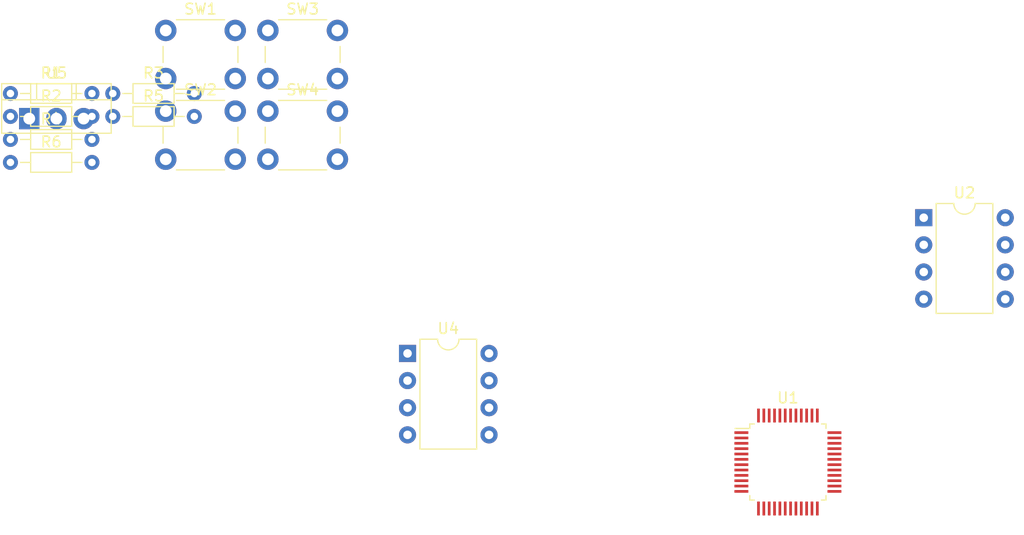
<source format=kicad_pcb>
(kicad_pcb (version 20171130) (host pcbnew 5.0.0)

  (general
    (thickness 1.6)
    (drawings 0)
    (tracks 0)
    (zones 0)
    (modules 14)
    (nets 49)
  )

  (page A4)
  (layers
    (0 F.Cu signal)
    (31 B.Cu signal)
    (32 B.Adhes user)
    (33 F.Adhes user)
    (34 B.Paste user)
    (35 F.Paste user)
    (36 B.SilkS user)
    (37 F.SilkS user)
    (38 B.Mask user)
    (39 F.Mask user)
    (40 Dwgs.User user)
    (41 Cmts.User user)
    (42 Eco1.User user)
    (43 Eco2.User user)
    (44 Edge.Cuts user)
    (45 Margin user)
    (46 B.CrtYd user)
    (47 F.CrtYd user)
    (48 B.Fab user)
    (49 F.Fab user)
  )

  (setup
    (last_trace_width 0.25)
    (trace_clearance 0.2)
    (zone_clearance 0.508)
    (zone_45_only no)
    (trace_min 0.2)
    (segment_width 0.2)
    (edge_width 0.15)
    (via_size 0.8)
    (via_drill 0.4)
    (via_min_size 0.4)
    (via_min_drill 0.3)
    (uvia_size 0.3)
    (uvia_drill 0.1)
    (uvias_allowed no)
    (uvia_min_size 0.2)
    (uvia_min_drill 0.1)
    (pcb_text_width 0.3)
    (pcb_text_size 1.5 1.5)
    (mod_edge_width 0.15)
    (mod_text_size 1 1)
    (mod_text_width 0.15)
    (pad_size 1.524 1.524)
    (pad_drill 0.762)
    (pad_to_mask_clearance 0.2)
    (aux_axis_origin 0 0)
    (visible_elements FFFFFF7F)
    (pcbplotparams
      (layerselection 0x010fc_ffffffff)
      (usegerberextensions false)
      (usegerberattributes false)
      (usegerberadvancedattributes false)
      (creategerberjobfile false)
      (excludeedgelayer true)
      (linewidth 0.100000)
      (plotframeref false)
      (viasonmask false)
      (mode 1)
      (useauxorigin false)
      (hpglpennumber 1)
      (hpglpenspeed 20)
      (hpglpendiameter 15.000000)
      (psnegative false)
      (psa4output false)
      (plotreference true)
      (plotvalue true)
      (plotinvisibletext false)
      (padsonsilk false)
      (subtractmaskfromsilk false)
      (outputformat 1)
      (mirror false)
      (drillshape 1)
      (scaleselection 1)
      (outputdirectory ""))
  )

  (net 0 "")
  (net 1 "Net-(U1-Pad1)")
  (net 2 "Net-(U1-Pad2)")
  (net 3 "Net-(U1-Pad4)")
  (net 4 "Net-(U1-Pad6)")
  (net 5 "Net-(U1-Pad7)")
  (net 6 "Net-(U1-Pad8)")
  (net 7 "Net-(U1-Pad9)")
  (net 8 "Net-(U1-Pad10)")
  (net 9 "Net-(U1-Pad11)")
  (net 10 "Net-(U1-Pad12)")
  (net 11 "Net-(U1-Pad15)")
  (net 12 "Net-(U1-Pad20)")
  (net 13 "Net-(U1-Pad21)")
  (net 14 +3V3)
  (net 15 /LCD_RST)
  (net 16 /LCD_CE)
  (net 17 /LCD_DC)
  (net 18 /LCD_DIN)
  (net 19 "Net-(U1-Pad29)")
  (net 20 "Net-(U1-Pad31)")
  (net 21 CAN_RX)
  (net 22 CAN_TX)
  (net 23 "Net-(U1-Pad34)")
  (net 24 GND)
  (net 25 "Net-(U1-Pad36)")
  (net 26 /LCD_CLK)
  (net 27 CAN_EN)
  (net 28 "Net-(J2-Pad3)")
  (net 29 "Net-(J2-Pad2)")
  (net 30 +5V)
  (net 31 USART2_RX)
  (net 32 USART2_TX)
  (net 33 "Net-(U1-Pad26)")
  (net 34 "Net-(U1-Pad27)")
  (net 35 "Net-(U1-Pad35)")
  (net 36 "Net-(U2-Pad5)")
  (net 37 "Net-(R5-Pad2)")
  (net 38 "Net-(J4-Pad2)")
  (net 39 SW_UP)
  (net 40 SW_DOWN)
  (net 41 SW_RIGHT)
  (net 42 SW_LEFT)
  (net 43 "Net-(J4-Pad1)")
  (net 44 USART3_RX)
  (net 45 SDA)
  (net 46 SCL)
  (net 47 "Net-(C1-Pad1)")
  (net 48 "Net-(U5-Pad2)")

  (net_class Default "This is the default net class."
    (clearance 0.2)
    (trace_width 0.25)
    (via_dia 0.8)
    (via_drill 0.4)
    (uvia_dia 0.3)
    (uvia_drill 0.1)
    (add_net +3V3)
    (add_net +5V)
    (add_net /LCD_CE)
    (add_net /LCD_CLK)
    (add_net /LCD_DC)
    (add_net /LCD_DIN)
    (add_net /LCD_RST)
    (add_net CAN_EN)
    (add_net CAN_RX)
    (add_net CAN_TX)
    (add_net GND)
    (add_net "Net-(C1-Pad1)")
    (add_net "Net-(J2-Pad2)")
    (add_net "Net-(J2-Pad3)")
    (add_net "Net-(J4-Pad1)")
    (add_net "Net-(J4-Pad2)")
    (add_net "Net-(R5-Pad2)")
    (add_net "Net-(U1-Pad1)")
    (add_net "Net-(U1-Pad10)")
    (add_net "Net-(U1-Pad11)")
    (add_net "Net-(U1-Pad12)")
    (add_net "Net-(U1-Pad15)")
    (add_net "Net-(U1-Pad2)")
    (add_net "Net-(U1-Pad20)")
    (add_net "Net-(U1-Pad21)")
    (add_net "Net-(U1-Pad26)")
    (add_net "Net-(U1-Pad27)")
    (add_net "Net-(U1-Pad29)")
    (add_net "Net-(U1-Pad31)")
    (add_net "Net-(U1-Pad34)")
    (add_net "Net-(U1-Pad35)")
    (add_net "Net-(U1-Pad36)")
    (add_net "Net-(U1-Pad4)")
    (add_net "Net-(U1-Pad6)")
    (add_net "Net-(U1-Pad7)")
    (add_net "Net-(U1-Pad8)")
    (add_net "Net-(U1-Pad9)")
    (add_net "Net-(U2-Pad5)")
    (add_net "Net-(U5-Pad2)")
    (add_net SCL)
    (add_net SDA)
    (add_net SW_DOWN)
    (add_net SW_LEFT)
    (add_net SW_RIGHT)
    (add_net SW_UP)
    (add_net USART2_RX)
    (add_net USART2_TX)
    (add_net USART3_RX)
  )

  (module Package_QFP:LQFP-48_7x7mm_P0.5mm (layer F.Cu) (tedit 5A5E2375) (tstamp 5B6F06E8)
    (at 73.66 35.56)
    (descr "48 LEAD LQFP 7x7mm (see MICREL LQFP7x7-48LD-PL-1.pdf)")
    (tags "QFP 0.5")
    (path /5B867BCF)
    (attr smd)
    (fp_text reference U1 (at 0 -6) (layer F.SilkS)
      (effects (font (size 1 1) (thickness 0.15)))
    )
    (fp_text value STM32F103C8T6_shield (at 0 6) (layer F.Fab)
      (effects (font (size 1 1) (thickness 0.15)))
    )
    (fp_line (start 3.13 3.75) (end 3.75 3.75) (layer F.CrtYd) (width 0.05))
    (fp_line (start 3.75 3.13) (end 3.75 3.75) (layer F.CrtYd) (width 0.05))
    (fp_line (start 3.13 5.25) (end 3.13 3.75) (layer F.CrtYd) (width 0.05))
    (fp_text user %R (at 0 0) (layer F.Fab)
      (effects (font (size 1 1) (thickness 0.15)))
    )
    (fp_line (start -2.5 -3.5) (end 3.5 -3.5) (layer F.Fab) (width 0.1))
    (fp_line (start 3.5 -3.5) (end 3.5 3.5) (layer F.Fab) (width 0.1))
    (fp_line (start 3.5 3.5) (end -3.5 3.5) (layer F.Fab) (width 0.1))
    (fp_line (start -3.5 3.5) (end -3.5 -2.5) (layer F.Fab) (width 0.1))
    (fp_line (start -3.5 -2.5) (end -2.5 -3.5) (layer F.Fab) (width 0.1))
    (fp_line (start -5.25 -3.13) (end -5.25 3.13) (layer F.CrtYd) (width 0.05))
    (fp_line (start 5.25 -3.13) (end 5.25 3.13) (layer F.CrtYd) (width 0.05))
    (fp_line (start -3.13 -5.25) (end 3.13 -5.25) (layer F.CrtYd) (width 0.05))
    (fp_line (start -3.13 5.25) (end 3.13 5.25) (layer F.CrtYd) (width 0.05))
    (fp_line (start 3.56 -3.56) (end 3.56 -3.14) (layer F.SilkS) (width 0.12))
    (fp_line (start 3.56 3.56) (end 3.56 3.14) (layer F.SilkS) (width 0.12))
    (fp_line (start -3.56 3.56) (end -3.56 3.14) (layer F.SilkS) (width 0.12))
    (fp_line (start -3.56 -3.56) (end -3.14 -3.56) (layer F.SilkS) (width 0.12))
    (fp_line (start 3.56 3.56) (end 3.14 3.56) (layer F.SilkS) (width 0.12))
    (fp_line (start 3.56 -3.56) (end 3.14 -3.56) (layer F.SilkS) (width 0.12))
    (fp_line (start -3.56 -3.14) (end -4.94 -3.14) (layer F.SilkS) (width 0.12))
    (fp_line (start -3.56 -3.56) (end -3.56 -3.14) (layer F.SilkS) (width 0.12))
    (fp_line (start -3.56 3.56) (end -3.14 3.56) (layer F.SilkS) (width 0.12))
    (fp_line (start 3.75 3.13) (end 5.25 3.13) (layer F.CrtYd) (width 0.05))
    (fp_line (start 3.75 -3.13) (end 5.25 -3.13) (layer F.CrtYd) (width 0.05))
    (fp_line (start 3.13 -3.75) (end 3.13 -5.25) (layer F.CrtYd) (width 0.05))
    (fp_line (start -3.13 -3.75) (end -3.13 -5.25) (layer F.CrtYd) (width 0.05))
    (fp_line (start -3.75 -3.13) (end -5.25 -3.13) (layer F.CrtYd) (width 0.05))
    (fp_line (start -3.75 3.13) (end -5.25 3.13) (layer F.CrtYd) (width 0.05))
    (fp_line (start -3.13 3.75) (end -3.13 5.25) (layer F.CrtYd) (width 0.05))
    (fp_line (start 3.13 -3.75) (end 3.75 -3.75) (layer F.CrtYd) (width 0.05))
    (fp_line (start 3.75 -3.13) (end 3.75 -3.75) (layer F.CrtYd) (width 0.05))
    (fp_line (start -3.75 3.13) (end -3.75 3.75) (layer F.CrtYd) (width 0.05))
    (fp_line (start -3.13 3.75) (end -3.75 3.75) (layer F.CrtYd) (width 0.05))
    (fp_line (start -3.75 -3.13) (end -3.75 -3.75) (layer F.CrtYd) (width 0.05))
    (fp_line (start -3.13 -3.75) (end -3.75 -3.75) (layer F.CrtYd) (width 0.05))
    (pad 1 smd rect (at -4.35 -2.75) (size 1.3 0.25) (layers F.Cu F.Paste F.Mask)
      (net 1 "Net-(U1-Pad1)"))
    (pad 2 smd rect (at -4.35 -2.25) (size 1.3 0.25) (layers F.Cu F.Paste F.Mask)
      (net 2 "Net-(U1-Pad2)"))
    (pad 3 smd rect (at -4.35 -1.75) (size 1.3 0.25) (layers F.Cu F.Paste F.Mask)
      (net 14 +3V3))
    (pad 4 smd rect (at -4.35 -1.25) (size 1.3 0.25) (layers F.Cu F.Paste F.Mask)
      (net 3 "Net-(U1-Pad4)"))
    (pad 5 smd rect (at -4.35 -0.75) (size 1.3 0.25) (layers F.Cu F.Paste F.Mask)
      (net 44 USART3_RX))
    (pad 6 smd rect (at -4.35 -0.25) (size 1.3 0.25) (layers F.Cu F.Paste F.Mask)
      (net 4 "Net-(U1-Pad6)"))
    (pad 7 smd rect (at -4.35 0.25) (size 1.3 0.25) (layers F.Cu F.Paste F.Mask)
      (net 5 "Net-(U1-Pad7)"))
    (pad 8 smd rect (at -4.35 0.75) (size 1.3 0.25) (layers F.Cu F.Paste F.Mask)
      (net 6 "Net-(U1-Pad8)"))
    (pad 9 smd rect (at -4.35 1.25) (size 1.3 0.25) (layers F.Cu F.Paste F.Mask)
      (net 7 "Net-(U1-Pad9)"))
    (pad 10 smd rect (at -4.35 1.75) (size 1.3 0.25) (layers F.Cu F.Paste F.Mask)
      (net 8 "Net-(U1-Pad10)"))
    (pad 11 smd rect (at -4.35 2.25) (size 1.3 0.25) (layers F.Cu F.Paste F.Mask)
      (net 9 "Net-(U1-Pad11)"))
    (pad 12 smd rect (at -4.35 2.75) (size 1.3 0.25) (layers F.Cu F.Paste F.Mask)
      (net 10 "Net-(U1-Pad12)"))
    (pad 13 smd rect (at -2.75 4.35 90) (size 1.3 0.25) (layers F.Cu F.Paste F.Mask)
      (net 31 USART2_RX))
    (pad 14 smd rect (at -2.25 4.35 90) (size 1.3 0.25) (layers F.Cu F.Paste F.Mask)
      (net 32 USART2_TX))
    (pad 15 smd rect (at -1.75 4.35 90) (size 1.3 0.25) (layers F.Cu F.Paste F.Mask)
      (net 11 "Net-(U1-Pad15)"))
    (pad 16 smd rect (at -1.25 4.35 90) (size 1.3 0.25) (layers F.Cu F.Paste F.Mask)
      (net 42 SW_LEFT))
    (pad 17 smd rect (at -0.75 4.35 90) (size 1.3 0.25) (layers F.Cu F.Paste F.Mask)
      (net 41 SW_RIGHT))
    (pad 18 smd rect (at -0.25 4.35 90) (size 1.3 0.25) (layers F.Cu F.Paste F.Mask)
      (net 40 SW_DOWN))
    (pad 19 smd rect (at 0.25 4.35 90) (size 1.3 0.25) (layers F.Cu F.Paste F.Mask)
      (net 39 SW_UP))
    (pad 20 smd rect (at 0.75 4.35 90) (size 1.3 0.25) (layers F.Cu F.Paste F.Mask)
      (net 12 "Net-(U1-Pad20)"))
    (pad 21 smd rect (at 1.25 4.35 90) (size 1.3 0.25) (layers F.Cu F.Paste F.Mask)
      (net 13 "Net-(U1-Pad21)"))
    (pad 22 smd rect (at 1.75 4.35 90) (size 1.3 0.25) (layers F.Cu F.Paste F.Mask)
      (net 24 GND))
    (pad 23 smd rect (at 2.25 4.35 90) (size 1.3 0.25) (layers F.Cu F.Paste F.Mask)
      (net 30 +5V))
    (pad 24 smd rect (at 2.75 4.35 90) (size 1.3 0.25) (layers F.Cu F.Paste F.Mask)
      (net 45 SDA))
    (pad 25 smd rect (at 4.35 2.75) (size 1.3 0.25) (layers F.Cu F.Paste F.Mask)
      (net 46 SCL))
    (pad 26 smd rect (at 4.35 2.25) (size 1.3 0.25) (layers F.Cu F.Paste F.Mask)
      (net 33 "Net-(U1-Pad26)"))
    (pad 27 smd rect (at 4.35 1.75) (size 1.3 0.25) (layers F.Cu F.Paste F.Mask)
      (net 34 "Net-(U1-Pad27)"))
    (pad 28 smd rect (at 4.35 1.25) (size 1.3 0.25) (layers F.Cu F.Paste F.Mask)
      (net 27 CAN_EN))
    (pad 29 smd rect (at 4.35 0.75) (size 1.3 0.25) (layers F.Cu F.Paste F.Mask)
      (net 19 "Net-(U1-Pad29)"))
    (pad 30 smd rect (at 4.35 0.25) (size 1.3 0.25) (layers F.Cu F.Paste F.Mask)
      (net 26 /LCD_CLK))
    (pad 31 smd rect (at 4.35 -0.25) (size 1.3 0.25) (layers F.Cu F.Paste F.Mask)
      (net 20 "Net-(U1-Pad31)"))
    (pad 32 smd rect (at 4.35 -0.75) (size 1.3 0.25) (layers F.Cu F.Paste F.Mask)
      (net 22 CAN_TX))
    (pad 33 smd rect (at 4.35 -1.25) (size 1.3 0.25) (layers F.Cu F.Paste F.Mask)
      (net 21 CAN_RX))
    (pad 34 smd rect (at 4.35 -1.75) (size 1.3 0.25) (layers F.Cu F.Paste F.Mask)
      (net 23 "Net-(U1-Pad34)"))
    (pad 35 smd rect (at 4.35 -2.25) (size 1.3 0.25) (layers F.Cu F.Paste F.Mask)
      (net 35 "Net-(U1-Pad35)"))
    (pad 36 smd rect (at 4.35 -2.75) (size 1.3 0.25) (layers F.Cu F.Paste F.Mask)
      (net 25 "Net-(U1-Pad36)"))
    (pad 37 smd rect (at 2.75 -4.35 90) (size 1.3 0.25) (layers F.Cu F.Paste F.Mask)
      (net 18 /LCD_DIN))
    (pad 38 smd rect (at 2.25 -4.35 90) (size 1.3 0.25) (layers F.Cu F.Paste F.Mask)
      (net 17 /LCD_DC))
    (pad 39 smd rect (at 1.75 -4.35 90) (size 1.3 0.25) (layers F.Cu F.Paste F.Mask)
      (net 16 /LCD_CE))
    (pad 40 smd rect (at 1.25 -4.35 90) (size 1.3 0.25) (layers F.Cu F.Paste F.Mask)
      (net 15 /LCD_RST))
    (pad 41 smd rect (at 0.75 -4.35 90) (size 1.3 0.25) (layers F.Cu F.Paste F.Mask))
    (pad 42 smd rect (at 0.25 -4.35 90) (size 1.3 0.25) (layers F.Cu F.Paste F.Mask))
    (pad 43 smd rect (at -0.25 -4.35 90) (size 1.3 0.25) (layers F.Cu F.Paste F.Mask))
    (pad 44 smd rect (at -0.75 -4.35 90) (size 1.3 0.25) (layers F.Cu F.Paste F.Mask))
    (pad 45 smd rect (at -1.25 -4.35 90) (size 1.3 0.25) (layers F.Cu F.Paste F.Mask))
    (pad 46 smd rect (at -1.75 -4.35 90) (size 1.3 0.25) (layers F.Cu F.Paste F.Mask))
    (pad 47 smd rect (at -2.25 -4.35 90) (size 1.3 0.25) (layers F.Cu F.Paste F.Mask))
    (pad 48 smd rect (at -2.75 -4.35 90) (size 1.3 0.25) (layers F.Cu F.Paste F.Mask))
    (model ${KISYS3DMOD}/Package_QFP.3dshapes/LQFP-48_7x7mm_P0.5mm.wrl
      (at (xyz 0 0 0))
      (scale (xyz 1 1 1))
      (rotate (xyz 0 0 0))
    )
  )

  (module Package_DIP:DIP-8_W7.62mm (layer F.Cu) (tedit 5A02E8C5) (tstamp 5B6F0704)
    (at 38.1 25.4)
    (descr "8-lead though-hole mounted DIP package, row spacing 7.62 mm (300 mils)")
    (tags "THT DIP DIL PDIP 2.54mm 7.62mm 300mil")
    (path /5B75A2A8)
    (fp_text reference U4 (at 3.81 -2.33) (layer F.SilkS)
      (effects (font (size 1 1) (thickness 0.15)))
    )
    (fp_text value LTV-814 (at 3.81 9.95) (layer F.Fab)
      (effects (font (size 1 1) (thickness 0.15)))
    )
    (fp_arc (start 3.81 -1.33) (end 2.81 -1.33) (angle -180) (layer F.SilkS) (width 0.12))
    (fp_line (start 1.635 -1.27) (end 6.985 -1.27) (layer F.Fab) (width 0.1))
    (fp_line (start 6.985 -1.27) (end 6.985 8.89) (layer F.Fab) (width 0.1))
    (fp_line (start 6.985 8.89) (end 0.635 8.89) (layer F.Fab) (width 0.1))
    (fp_line (start 0.635 8.89) (end 0.635 -0.27) (layer F.Fab) (width 0.1))
    (fp_line (start 0.635 -0.27) (end 1.635 -1.27) (layer F.Fab) (width 0.1))
    (fp_line (start 2.81 -1.33) (end 1.16 -1.33) (layer F.SilkS) (width 0.12))
    (fp_line (start 1.16 -1.33) (end 1.16 8.95) (layer F.SilkS) (width 0.12))
    (fp_line (start 1.16 8.95) (end 6.46 8.95) (layer F.SilkS) (width 0.12))
    (fp_line (start 6.46 8.95) (end 6.46 -1.33) (layer F.SilkS) (width 0.12))
    (fp_line (start 6.46 -1.33) (end 4.81 -1.33) (layer F.SilkS) (width 0.12))
    (fp_line (start -1.1 -1.55) (end -1.1 9.15) (layer F.CrtYd) (width 0.05))
    (fp_line (start -1.1 9.15) (end 8.7 9.15) (layer F.CrtYd) (width 0.05))
    (fp_line (start 8.7 9.15) (end 8.7 -1.55) (layer F.CrtYd) (width 0.05))
    (fp_line (start 8.7 -1.55) (end -1.1 -1.55) (layer F.CrtYd) (width 0.05))
    (fp_text user %R (at 3.81 3.81) (layer F.Fab)
      (effects (font (size 1 1) (thickness 0.15)))
    )
    (pad 1 thru_hole rect (at 0 0) (size 1.6 1.6) (drill 0.8) (layers *.Cu *.Mask)
      (net 37 "Net-(R5-Pad2)"))
    (pad 5 thru_hole oval (at 7.62 7.62) (size 1.6 1.6) (drill 0.8) (layers *.Cu *.Mask))
    (pad 2 thru_hole oval (at 0 2.54) (size 1.6 1.6) (drill 0.8) (layers *.Cu *.Mask)
      (net 38 "Net-(J4-Pad2)"))
    (pad 6 thru_hole oval (at 7.62 5.08) (size 1.6 1.6) (drill 0.8) (layers *.Cu *.Mask))
    (pad 3 thru_hole oval (at 0 5.08) (size 1.6 1.6) (drill 0.8) (layers *.Cu *.Mask)
      (net 24 GND))
    (pad 7 thru_hole oval (at 7.62 2.54) (size 1.6 1.6) (drill 0.8) (layers *.Cu *.Mask))
    (pad 4 thru_hole oval (at 0 7.62) (size 1.6 1.6) (drill 0.8) (layers *.Cu *.Mask)
      (net 44 USART3_RX))
    (pad 8 thru_hole oval (at 7.62 0) (size 1.6 1.6) (drill 0.8) (layers *.Cu *.Mask))
    (model ${KISYS3DMOD}/Package_DIP.3dshapes/DIP-8_W7.62mm.wrl
      (at (xyz 0 0 0))
      (scale (xyz 1 1 1))
      (rotate (xyz 0 0 0))
    )
  )

  (module Package_DIP:DIP-8_W7.62mm (layer F.Cu) (tedit 5A02E8C5) (tstamp 5B816C63)
    (at 86.36 12.7)
    (descr "8-lead though-hole mounted DIP package, row spacing 7.62 mm (300 mils)")
    (tags "THT DIP DIL PDIP 2.54mm 7.62mm 300mil")
    (path /5B6EF31C)
    (fp_text reference U2 (at 3.81 -2.33) (layer F.SilkS)
      (effects (font (size 1 1) (thickness 0.15)))
    )
    (fp_text value MCP2551-I-P (at 3.81 9.95) (layer F.Fab)
      (effects (font (size 1 1) (thickness 0.15)))
    )
    (fp_arc (start 3.81 -1.33) (end 2.81 -1.33) (angle -180) (layer F.SilkS) (width 0.12))
    (fp_line (start 1.635 -1.27) (end 6.985 -1.27) (layer F.Fab) (width 0.1))
    (fp_line (start 6.985 -1.27) (end 6.985 8.89) (layer F.Fab) (width 0.1))
    (fp_line (start 6.985 8.89) (end 0.635 8.89) (layer F.Fab) (width 0.1))
    (fp_line (start 0.635 8.89) (end 0.635 -0.27) (layer F.Fab) (width 0.1))
    (fp_line (start 0.635 -0.27) (end 1.635 -1.27) (layer F.Fab) (width 0.1))
    (fp_line (start 2.81 -1.33) (end 1.16 -1.33) (layer F.SilkS) (width 0.12))
    (fp_line (start 1.16 -1.33) (end 1.16 8.95) (layer F.SilkS) (width 0.12))
    (fp_line (start 1.16 8.95) (end 6.46 8.95) (layer F.SilkS) (width 0.12))
    (fp_line (start 6.46 8.95) (end 6.46 -1.33) (layer F.SilkS) (width 0.12))
    (fp_line (start 6.46 -1.33) (end 4.81 -1.33) (layer F.SilkS) (width 0.12))
    (fp_line (start -1.1 -1.55) (end -1.1 9.15) (layer F.CrtYd) (width 0.05))
    (fp_line (start -1.1 9.15) (end 8.7 9.15) (layer F.CrtYd) (width 0.05))
    (fp_line (start 8.7 9.15) (end 8.7 -1.55) (layer F.CrtYd) (width 0.05))
    (fp_line (start 8.7 -1.55) (end -1.1 -1.55) (layer F.CrtYd) (width 0.05))
    (fp_text user %R (at 3.81 3.81) (layer F.Fab)
      (effects (font (size 1 1) (thickness 0.15)))
    )
    (pad 1 thru_hole rect (at 0 0) (size 1.6 1.6) (drill 0.8) (layers *.Cu *.Mask)
      (net 22 CAN_TX))
    (pad 5 thru_hole oval (at 7.62 7.62) (size 1.6 1.6) (drill 0.8) (layers *.Cu *.Mask)
      (net 36 "Net-(U2-Pad5)"))
    (pad 2 thru_hole oval (at 0 2.54) (size 1.6 1.6) (drill 0.8) (layers *.Cu *.Mask)
      (net 24 GND))
    (pad 6 thru_hole oval (at 7.62 5.08) (size 1.6 1.6) (drill 0.8) (layers *.Cu *.Mask)
      (net 28 "Net-(J2-Pad3)"))
    (pad 3 thru_hole oval (at 0 5.08) (size 1.6 1.6) (drill 0.8) (layers *.Cu *.Mask)
      (net 14 +3V3))
    (pad 7 thru_hole oval (at 7.62 2.54) (size 1.6 1.6) (drill 0.8) (layers *.Cu *.Mask)
      (net 29 "Net-(J2-Pad2)"))
    (pad 4 thru_hole oval (at 0 7.62) (size 1.6 1.6) (drill 0.8) (layers *.Cu *.Mask)
      (net 21 CAN_RX))
    (pad 8 thru_hole oval (at 7.62 0) (size 1.6 1.6) (drill 0.8) (layers *.Cu *.Mask)
      (net 27 CAN_EN))
    (model ${KISYS3DMOD}/Package_DIP.3dshapes/DIP-8_W7.62mm.wrl
      (at (xyz 0 0 0))
      (scale (xyz 1 1 1))
      (rotate (xyz 0 0 0))
    )
  )

  (module Resistor_THT:R_Axial_DIN0204_L3.6mm_D1.6mm_P7.62mm_Horizontal (layer F.Cu) (tedit 5AE5139B) (tstamp 5B81C916)
    (at 0.975001 1.075001)
    (descr "Resistor, Axial_DIN0204 series, Axial, Horizontal, pin pitch=7.62mm, 0.167W, length*diameter=3.6*1.6mm^2, http://cdn-reichelt.de/documents/datenblatt/B400/1_4W%23YAG.pdf")
    (tags "Resistor Axial_DIN0204 series Axial Horizontal pin pitch 7.62mm 0.167W length 3.6mm diameter 1.6mm")
    (path /5B74DB10)
    (fp_text reference R1 (at 3.81 -1.92) (layer F.SilkS)
      (effects (font (size 1 1) (thickness 0.15)))
    )
    (fp_text value R (at 3.81 1.92) (layer F.Fab)
      (effects (font (size 1 1) (thickness 0.15)))
    )
    (fp_line (start 2.01 -0.8) (end 2.01 0.8) (layer F.Fab) (width 0.1))
    (fp_line (start 2.01 0.8) (end 5.61 0.8) (layer F.Fab) (width 0.1))
    (fp_line (start 5.61 0.8) (end 5.61 -0.8) (layer F.Fab) (width 0.1))
    (fp_line (start 5.61 -0.8) (end 2.01 -0.8) (layer F.Fab) (width 0.1))
    (fp_line (start 0 0) (end 2.01 0) (layer F.Fab) (width 0.1))
    (fp_line (start 7.62 0) (end 5.61 0) (layer F.Fab) (width 0.1))
    (fp_line (start 1.89 -0.92) (end 1.89 0.92) (layer F.SilkS) (width 0.12))
    (fp_line (start 1.89 0.92) (end 5.73 0.92) (layer F.SilkS) (width 0.12))
    (fp_line (start 5.73 0.92) (end 5.73 -0.92) (layer F.SilkS) (width 0.12))
    (fp_line (start 5.73 -0.92) (end 1.89 -0.92) (layer F.SilkS) (width 0.12))
    (fp_line (start 0.94 0) (end 1.89 0) (layer F.SilkS) (width 0.12))
    (fp_line (start 6.68 0) (end 5.73 0) (layer F.SilkS) (width 0.12))
    (fp_line (start -0.95 -1.05) (end -0.95 1.05) (layer F.CrtYd) (width 0.05))
    (fp_line (start -0.95 1.05) (end 8.57 1.05) (layer F.CrtYd) (width 0.05))
    (fp_line (start 8.57 1.05) (end 8.57 -1.05) (layer F.CrtYd) (width 0.05))
    (fp_line (start 8.57 -1.05) (end -0.95 -1.05) (layer F.CrtYd) (width 0.05))
    (fp_text user %R (at 3.81 0) (layer F.Fab)
      (effects (font (size 0.72 0.72) (thickness 0.108)))
    )
    (pad 1 thru_hole circle (at 0 0) (size 1.4 1.4) (drill 0.7) (layers *.Cu *.Mask)
      (net 39 SW_UP))
    (pad 2 thru_hole oval (at 7.62 0) (size 1.4 1.4) (drill 0.7) (layers *.Cu *.Mask)
      (net 24 GND))
    (model ${KISYS3DMOD}/Resistor_THT.3dshapes/R_Axial_DIN0204_L3.6mm_D1.6mm_P7.62mm_Horizontal.wrl
      (at (xyz 0 0 0))
      (scale (xyz 1 1 1))
      (rotate (xyz 0 0 0))
    )
  )

  (module Resistor_THT:R_Axial_DIN0204_L3.6mm_D1.6mm_P7.62mm_Horizontal (layer F.Cu) (tedit 5AE5139B) (tstamp 5B81C892)
    (at 0.975001 3.225001)
    (descr "Resistor, Axial_DIN0204 series, Axial, Horizontal, pin pitch=7.62mm, 0.167W, length*diameter=3.6*1.6mm^2, http://cdn-reichelt.de/documents/datenblatt/B400/1_4W%23YAG.pdf")
    (tags "Resistor Axial_DIN0204 series Axial Horizontal pin pitch 7.62mm 0.167W length 3.6mm diameter 1.6mm")
    (path /5B74CC54)
    (fp_text reference R2 (at 3.81 -1.92) (layer F.SilkS)
      (effects (font (size 1 1) (thickness 0.15)))
    )
    (fp_text value R (at 3.81 1.92) (layer F.Fab)
      (effects (font (size 1 1) (thickness 0.15)))
    )
    (fp_text user %R (at 3.81 0) (layer F.Fab)
      (effects (font (size 0.72 0.72) (thickness 0.108)))
    )
    (fp_line (start 8.57 -1.05) (end -0.95 -1.05) (layer F.CrtYd) (width 0.05))
    (fp_line (start 8.57 1.05) (end 8.57 -1.05) (layer F.CrtYd) (width 0.05))
    (fp_line (start -0.95 1.05) (end 8.57 1.05) (layer F.CrtYd) (width 0.05))
    (fp_line (start -0.95 -1.05) (end -0.95 1.05) (layer F.CrtYd) (width 0.05))
    (fp_line (start 6.68 0) (end 5.73 0) (layer F.SilkS) (width 0.12))
    (fp_line (start 0.94 0) (end 1.89 0) (layer F.SilkS) (width 0.12))
    (fp_line (start 5.73 -0.92) (end 1.89 -0.92) (layer F.SilkS) (width 0.12))
    (fp_line (start 5.73 0.92) (end 5.73 -0.92) (layer F.SilkS) (width 0.12))
    (fp_line (start 1.89 0.92) (end 5.73 0.92) (layer F.SilkS) (width 0.12))
    (fp_line (start 1.89 -0.92) (end 1.89 0.92) (layer F.SilkS) (width 0.12))
    (fp_line (start 7.62 0) (end 5.61 0) (layer F.Fab) (width 0.1))
    (fp_line (start 0 0) (end 2.01 0) (layer F.Fab) (width 0.1))
    (fp_line (start 5.61 -0.8) (end 2.01 -0.8) (layer F.Fab) (width 0.1))
    (fp_line (start 5.61 0.8) (end 5.61 -0.8) (layer F.Fab) (width 0.1))
    (fp_line (start 2.01 0.8) (end 5.61 0.8) (layer F.Fab) (width 0.1))
    (fp_line (start 2.01 -0.8) (end 2.01 0.8) (layer F.Fab) (width 0.1))
    (pad 2 thru_hole oval (at 7.62 0) (size 1.4 1.4) (drill 0.7) (layers *.Cu *.Mask)
      (net 24 GND))
    (pad 1 thru_hole circle (at 0 0) (size 1.4 1.4) (drill 0.7) (layers *.Cu *.Mask)
      (net 40 SW_DOWN))
    (model ${KISYS3DMOD}/Resistor_THT.3dshapes/R_Axial_DIN0204_L3.6mm_D1.6mm_P7.62mm_Horizontal.wrl
      (at (xyz 0 0 0))
      (scale (xyz 1 1 1))
      (rotate (xyz 0 0 0))
    )
  )

  (module Resistor_THT:R_Axial_DIN0204_L3.6mm_D1.6mm_P7.62mm_Horizontal (layer F.Cu) (tedit 5AE5139B) (tstamp 5B81C99A)
    (at 10.545001 1.075001)
    (descr "Resistor, Axial_DIN0204 series, Axial, Horizontal, pin pitch=7.62mm, 0.167W, length*diameter=3.6*1.6mm^2, http://cdn-reichelt.de/documents/datenblatt/B400/1_4W%23YAG.pdf")
    (tags "Resistor Axial_DIN0204 series Axial Horizontal pin pitch 7.62mm 0.167W length 3.6mm diameter 1.6mm")
    (path /5B74BD9A)
    (fp_text reference R3 (at 3.81 -1.92) (layer F.SilkS)
      (effects (font (size 1 1) (thickness 0.15)))
    )
    (fp_text value R (at 3.81 1.92) (layer F.Fab)
      (effects (font (size 1 1) (thickness 0.15)))
    )
    (fp_line (start 2.01 -0.8) (end 2.01 0.8) (layer F.Fab) (width 0.1))
    (fp_line (start 2.01 0.8) (end 5.61 0.8) (layer F.Fab) (width 0.1))
    (fp_line (start 5.61 0.8) (end 5.61 -0.8) (layer F.Fab) (width 0.1))
    (fp_line (start 5.61 -0.8) (end 2.01 -0.8) (layer F.Fab) (width 0.1))
    (fp_line (start 0 0) (end 2.01 0) (layer F.Fab) (width 0.1))
    (fp_line (start 7.62 0) (end 5.61 0) (layer F.Fab) (width 0.1))
    (fp_line (start 1.89 -0.92) (end 1.89 0.92) (layer F.SilkS) (width 0.12))
    (fp_line (start 1.89 0.92) (end 5.73 0.92) (layer F.SilkS) (width 0.12))
    (fp_line (start 5.73 0.92) (end 5.73 -0.92) (layer F.SilkS) (width 0.12))
    (fp_line (start 5.73 -0.92) (end 1.89 -0.92) (layer F.SilkS) (width 0.12))
    (fp_line (start 0.94 0) (end 1.89 0) (layer F.SilkS) (width 0.12))
    (fp_line (start 6.68 0) (end 5.73 0) (layer F.SilkS) (width 0.12))
    (fp_line (start -0.95 -1.05) (end -0.95 1.05) (layer F.CrtYd) (width 0.05))
    (fp_line (start -0.95 1.05) (end 8.57 1.05) (layer F.CrtYd) (width 0.05))
    (fp_line (start 8.57 1.05) (end 8.57 -1.05) (layer F.CrtYd) (width 0.05))
    (fp_line (start 8.57 -1.05) (end -0.95 -1.05) (layer F.CrtYd) (width 0.05))
    (fp_text user %R (at 3.81 0) (layer F.Fab)
      (effects (font (size 0.72 0.72) (thickness 0.108)))
    )
    (pad 1 thru_hole circle (at 0 0) (size 1.4 1.4) (drill 0.7) (layers *.Cu *.Mask)
      (net 41 SW_RIGHT))
    (pad 2 thru_hole oval (at 7.62 0) (size 1.4 1.4) (drill 0.7) (layers *.Cu *.Mask)
      (net 24 GND))
    (model ${KISYS3DMOD}/Resistor_THT.3dshapes/R_Axial_DIN0204_L3.6mm_D1.6mm_P7.62mm_Horizontal.wrl
      (at (xyz 0 0 0))
      (scale (xyz 1 1 1))
      (rotate (xyz 0 0 0))
    )
  )

  (module Resistor_THT:R_Axial_DIN0204_L3.6mm_D1.6mm_P7.62mm_Horizontal (layer F.Cu) (tedit 5AE5139B) (tstamp 5B81C9DC)
    (at 0.975001 5.375001)
    (descr "Resistor, Axial_DIN0204 series, Axial, Horizontal, pin pitch=7.62mm, 0.167W, length*diameter=3.6*1.6mm^2, http://cdn-reichelt.de/documents/datenblatt/B400/1_4W%23YAG.pdf")
    (tags "Resistor Axial_DIN0204 series Axial Horizontal pin pitch 7.62mm 0.167W length 3.6mm diameter 1.6mm")
    (path /5B74BC69)
    (fp_text reference R4 (at 3.81 -1.92) (layer F.SilkS)
      (effects (font (size 1 1) (thickness 0.15)))
    )
    (fp_text value R (at 3.81 1.92) (layer F.Fab)
      (effects (font (size 1 1) (thickness 0.15)))
    )
    (fp_text user %R (at 3.81 0) (layer F.Fab)
      (effects (font (size 0.72 0.72) (thickness 0.108)))
    )
    (fp_line (start 8.57 -1.05) (end -0.95 -1.05) (layer F.CrtYd) (width 0.05))
    (fp_line (start 8.57 1.05) (end 8.57 -1.05) (layer F.CrtYd) (width 0.05))
    (fp_line (start -0.95 1.05) (end 8.57 1.05) (layer F.CrtYd) (width 0.05))
    (fp_line (start -0.95 -1.05) (end -0.95 1.05) (layer F.CrtYd) (width 0.05))
    (fp_line (start 6.68 0) (end 5.73 0) (layer F.SilkS) (width 0.12))
    (fp_line (start 0.94 0) (end 1.89 0) (layer F.SilkS) (width 0.12))
    (fp_line (start 5.73 -0.92) (end 1.89 -0.92) (layer F.SilkS) (width 0.12))
    (fp_line (start 5.73 0.92) (end 5.73 -0.92) (layer F.SilkS) (width 0.12))
    (fp_line (start 1.89 0.92) (end 5.73 0.92) (layer F.SilkS) (width 0.12))
    (fp_line (start 1.89 -0.92) (end 1.89 0.92) (layer F.SilkS) (width 0.12))
    (fp_line (start 7.62 0) (end 5.61 0) (layer F.Fab) (width 0.1))
    (fp_line (start 0 0) (end 2.01 0) (layer F.Fab) (width 0.1))
    (fp_line (start 5.61 -0.8) (end 2.01 -0.8) (layer F.Fab) (width 0.1))
    (fp_line (start 5.61 0.8) (end 5.61 -0.8) (layer F.Fab) (width 0.1))
    (fp_line (start 2.01 0.8) (end 5.61 0.8) (layer F.Fab) (width 0.1))
    (fp_line (start 2.01 -0.8) (end 2.01 0.8) (layer F.Fab) (width 0.1))
    (pad 2 thru_hole oval (at 7.62 0) (size 1.4 1.4) (drill 0.7) (layers *.Cu *.Mask)
      (net 24 GND))
    (pad 1 thru_hole circle (at 0 0) (size 1.4 1.4) (drill 0.7) (layers *.Cu *.Mask)
      (net 42 SW_LEFT))
    (model ${KISYS3DMOD}/Resistor_THT.3dshapes/R_Axial_DIN0204_L3.6mm_D1.6mm_P7.62mm_Horizontal.wrl
      (at (xyz 0 0 0))
      (scale (xyz 1 1 1))
      (rotate (xyz 0 0 0))
    )
  )

  (module Resistor_THT:R_Axial_DIN0204_L3.6mm_D1.6mm_P7.62mm_Horizontal (layer F.Cu) (tedit 5AE5139B) (tstamp 5B81C8D4)
    (at 10.545001 3.225001)
    (descr "Resistor, Axial_DIN0204 series, Axial, Horizontal, pin pitch=7.62mm, 0.167W, length*diameter=3.6*1.6mm^2, http://cdn-reichelt.de/documents/datenblatt/B400/1_4W%23YAG.pdf")
    (tags "Resistor Axial_DIN0204 series Axial Horizontal pin pitch 7.62mm 0.167W length 3.6mm diameter 1.6mm")
    (path /5B7ABD6D)
    (fp_text reference R5 (at 3.81 -1.92) (layer F.SilkS)
      (effects (font (size 1 1) (thickness 0.15)))
    )
    (fp_text value 10k (at 3.81 1.92) (layer F.Fab)
      (effects (font (size 1 1) (thickness 0.15)))
    )
    (fp_line (start 2.01 -0.8) (end 2.01 0.8) (layer F.Fab) (width 0.1))
    (fp_line (start 2.01 0.8) (end 5.61 0.8) (layer F.Fab) (width 0.1))
    (fp_line (start 5.61 0.8) (end 5.61 -0.8) (layer F.Fab) (width 0.1))
    (fp_line (start 5.61 -0.8) (end 2.01 -0.8) (layer F.Fab) (width 0.1))
    (fp_line (start 0 0) (end 2.01 0) (layer F.Fab) (width 0.1))
    (fp_line (start 7.62 0) (end 5.61 0) (layer F.Fab) (width 0.1))
    (fp_line (start 1.89 -0.92) (end 1.89 0.92) (layer F.SilkS) (width 0.12))
    (fp_line (start 1.89 0.92) (end 5.73 0.92) (layer F.SilkS) (width 0.12))
    (fp_line (start 5.73 0.92) (end 5.73 -0.92) (layer F.SilkS) (width 0.12))
    (fp_line (start 5.73 -0.92) (end 1.89 -0.92) (layer F.SilkS) (width 0.12))
    (fp_line (start 0.94 0) (end 1.89 0) (layer F.SilkS) (width 0.12))
    (fp_line (start 6.68 0) (end 5.73 0) (layer F.SilkS) (width 0.12))
    (fp_line (start -0.95 -1.05) (end -0.95 1.05) (layer F.CrtYd) (width 0.05))
    (fp_line (start -0.95 1.05) (end 8.57 1.05) (layer F.CrtYd) (width 0.05))
    (fp_line (start 8.57 1.05) (end 8.57 -1.05) (layer F.CrtYd) (width 0.05))
    (fp_line (start 8.57 -1.05) (end -0.95 -1.05) (layer F.CrtYd) (width 0.05))
    (fp_text user %R (at 3.81 0) (layer F.Fab)
      (effects (font (size 0.72 0.72) (thickness 0.108)))
    )
    (pad 1 thru_hole circle (at 0 0) (size 1.4 1.4) (drill 0.7) (layers *.Cu *.Mask)
      (net 43 "Net-(J4-Pad1)"))
    (pad 2 thru_hole oval (at 7.62 0) (size 1.4 1.4) (drill 0.7) (layers *.Cu *.Mask)
      (net 37 "Net-(R5-Pad2)"))
    (model ${KISYS3DMOD}/Resistor_THT.3dshapes/R_Axial_DIN0204_L3.6mm_D1.6mm_P7.62mm_Horizontal.wrl
      (at (xyz 0 0 0))
      (scale (xyz 1 1 1))
      (rotate (xyz 0 0 0))
    )
  )

  (module Resistor_THT:R_Axial_DIN0204_L3.6mm_D1.6mm_P7.62mm_Horizontal (layer F.Cu) (tedit 5AE5139B) (tstamp 5B81C958)
    (at 0.975001 7.525001)
    (descr "Resistor, Axial_DIN0204 series, Axial, Horizontal, pin pitch=7.62mm, 0.167W, length*diameter=3.6*1.6mm^2, http://cdn-reichelt.de/documents/datenblatt/B400/1_4W%23YAG.pdf")
    (tags "Resistor Axial_DIN0204 series Axial Horizontal pin pitch 7.62mm 0.167W length 3.6mm diameter 1.6mm")
    (path /5B75A5CB)
    (fp_text reference R6 (at 3.81 -1.92) (layer F.SilkS)
      (effects (font (size 1 1) (thickness 0.15)))
    )
    (fp_text value 1.2k (at 3.81 1.92) (layer F.Fab)
      (effects (font (size 1 1) (thickness 0.15)))
    )
    (fp_text user %R (at 3.81 0) (layer F.Fab)
      (effects (font (size 0.72 0.72) (thickness 0.108)))
    )
    (fp_line (start 8.57 -1.05) (end -0.95 -1.05) (layer F.CrtYd) (width 0.05))
    (fp_line (start 8.57 1.05) (end 8.57 -1.05) (layer F.CrtYd) (width 0.05))
    (fp_line (start -0.95 1.05) (end 8.57 1.05) (layer F.CrtYd) (width 0.05))
    (fp_line (start -0.95 -1.05) (end -0.95 1.05) (layer F.CrtYd) (width 0.05))
    (fp_line (start 6.68 0) (end 5.73 0) (layer F.SilkS) (width 0.12))
    (fp_line (start 0.94 0) (end 1.89 0) (layer F.SilkS) (width 0.12))
    (fp_line (start 5.73 -0.92) (end 1.89 -0.92) (layer F.SilkS) (width 0.12))
    (fp_line (start 5.73 0.92) (end 5.73 -0.92) (layer F.SilkS) (width 0.12))
    (fp_line (start 1.89 0.92) (end 5.73 0.92) (layer F.SilkS) (width 0.12))
    (fp_line (start 1.89 -0.92) (end 1.89 0.92) (layer F.SilkS) (width 0.12))
    (fp_line (start 7.62 0) (end 5.61 0) (layer F.Fab) (width 0.1))
    (fp_line (start 0 0) (end 2.01 0) (layer F.Fab) (width 0.1))
    (fp_line (start 5.61 -0.8) (end 2.01 -0.8) (layer F.Fab) (width 0.1))
    (fp_line (start 5.61 0.8) (end 5.61 -0.8) (layer F.Fab) (width 0.1))
    (fp_line (start 2.01 0.8) (end 5.61 0.8) (layer F.Fab) (width 0.1))
    (fp_line (start 2.01 -0.8) (end 2.01 0.8) (layer F.Fab) (width 0.1))
    (pad 2 thru_hole oval (at 7.62 0) (size 1.4 1.4) (drill 0.7) (layers *.Cu *.Mask)
      (net 44 USART3_RX))
    (pad 1 thru_hole circle (at 0 0) (size 1.4 1.4) (drill 0.7) (layers *.Cu *.Mask)
      (net 14 +3V3))
    (model ${KISYS3DMOD}/Resistor_THT.3dshapes/R_Axial_DIN0204_L3.6mm_D1.6mm_P7.62mm_Horizontal.wrl
      (at (xyz 0 0 0))
      (scale (xyz 1 1 1))
      (rotate (xyz 0 0 0))
    )
  )

  (module Button_Switch_THT:SW_PUSH_6mm (layer F.Cu) (tedit 5A02FE31) (tstamp 5B82EE55)
    (at 15.495001 -4.824999)
    (descr https://www.omron.com/ecb/products/pdf/en-b3f.pdf)
    (tags "tact sw push 6mm")
    (path /5B744595)
    (fp_text reference SW1 (at 3.25 -2) (layer F.SilkS)
      (effects (font (size 1 1) (thickness 0.15)))
    )
    (fp_text value SW_Push (at 3.75 6.7) (layer F.Fab)
      (effects (font (size 1 1) (thickness 0.15)))
    )
    (fp_text user %R (at 3.25 2.25) (layer F.Fab)
      (effects (font (size 1 1) (thickness 0.15)))
    )
    (fp_line (start 3.25 -0.75) (end 6.25 -0.75) (layer F.Fab) (width 0.1))
    (fp_line (start 6.25 -0.75) (end 6.25 5.25) (layer F.Fab) (width 0.1))
    (fp_line (start 6.25 5.25) (end 0.25 5.25) (layer F.Fab) (width 0.1))
    (fp_line (start 0.25 5.25) (end 0.25 -0.75) (layer F.Fab) (width 0.1))
    (fp_line (start 0.25 -0.75) (end 3.25 -0.75) (layer F.Fab) (width 0.1))
    (fp_line (start 7.75 6) (end 8 6) (layer F.CrtYd) (width 0.05))
    (fp_line (start 8 6) (end 8 5.75) (layer F.CrtYd) (width 0.05))
    (fp_line (start 7.75 -1.5) (end 8 -1.5) (layer F.CrtYd) (width 0.05))
    (fp_line (start 8 -1.5) (end 8 -1.25) (layer F.CrtYd) (width 0.05))
    (fp_line (start -1.5 -1.25) (end -1.5 -1.5) (layer F.CrtYd) (width 0.05))
    (fp_line (start -1.5 -1.5) (end -1.25 -1.5) (layer F.CrtYd) (width 0.05))
    (fp_line (start -1.5 5.75) (end -1.5 6) (layer F.CrtYd) (width 0.05))
    (fp_line (start -1.5 6) (end -1.25 6) (layer F.CrtYd) (width 0.05))
    (fp_line (start -1.25 -1.5) (end 7.75 -1.5) (layer F.CrtYd) (width 0.05))
    (fp_line (start -1.5 5.75) (end -1.5 -1.25) (layer F.CrtYd) (width 0.05))
    (fp_line (start 7.75 6) (end -1.25 6) (layer F.CrtYd) (width 0.05))
    (fp_line (start 8 -1.25) (end 8 5.75) (layer F.CrtYd) (width 0.05))
    (fp_line (start 1 5.5) (end 5.5 5.5) (layer F.SilkS) (width 0.12))
    (fp_line (start -0.25 1.5) (end -0.25 3) (layer F.SilkS) (width 0.12))
    (fp_line (start 5.5 -1) (end 1 -1) (layer F.SilkS) (width 0.12))
    (fp_line (start 6.75 3) (end 6.75 1.5) (layer F.SilkS) (width 0.12))
    (fp_circle (center 3.25 2.25) (end 1.25 2.5) (layer F.Fab) (width 0.1))
    (pad 2 thru_hole circle (at 0 4.5 90) (size 2 2) (drill 1.1) (layers *.Cu *.Mask)
      (net 39 SW_UP))
    (pad 1 thru_hole circle (at 0 0 90) (size 2 2) (drill 1.1) (layers *.Cu *.Mask)
      (net 14 +3V3))
    (pad 2 thru_hole circle (at 6.5 4.5 90) (size 2 2) (drill 1.1) (layers *.Cu *.Mask)
      (net 39 SW_UP))
    (pad 1 thru_hole circle (at 6.5 0 90) (size 2 2) (drill 1.1) (layers *.Cu *.Mask)
      (net 14 +3V3))
    (model ${KISYS3DMOD}/Button_Switch_THT.3dshapes/SW_PUSH_6mm.wrl
      (at (xyz 0 0 0))
      (scale (xyz 1 1 1))
      (rotate (xyz 0 0 0))
    )
  )

  (module Button_Switch_THT:SW_PUSH_6mm (layer F.Cu) (tedit 5A02FE31) (tstamp 5B82EEAF)
    (at 15.495001 2.725001)
    (descr https://www.omron.com/ecb/products/pdf/en-b3f.pdf)
    (tags "tact sw push 6mm")
    (path /5B7450F4)
    (fp_text reference SW2 (at 3.25 -2) (layer F.SilkS)
      (effects (font (size 1 1) (thickness 0.15)))
    )
    (fp_text value SW_Push (at 3.75 6.7) (layer F.Fab)
      (effects (font (size 1 1) (thickness 0.15)))
    )
    (fp_circle (center 3.25 2.25) (end 1.25 2.5) (layer F.Fab) (width 0.1))
    (fp_line (start 6.75 3) (end 6.75 1.5) (layer F.SilkS) (width 0.12))
    (fp_line (start 5.5 -1) (end 1 -1) (layer F.SilkS) (width 0.12))
    (fp_line (start -0.25 1.5) (end -0.25 3) (layer F.SilkS) (width 0.12))
    (fp_line (start 1 5.5) (end 5.5 5.5) (layer F.SilkS) (width 0.12))
    (fp_line (start 8 -1.25) (end 8 5.75) (layer F.CrtYd) (width 0.05))
    (fp_line (start 7.75 6) (end -1.25 6) (layer F.CrtYd) (width 0.05))
    (fp_line (start -1.5 5.75) (end -1.5 -1.25) (layer F.CrtYd) (width 0.05))
    (fp_line (start -1.25 -1.5) (end 7.75 -1.5) (layer F.CrtYd) (width 0.05))
    (fp_line (start -1.5 6) (end -1.25 6) (layer F.CrtYd) (width 0.05))
    (fp_line (start -1.5 5.75) (end -1.5 6) (layer F.CrtYd) (width 0.05))
    (fp_line (start -1.5 -1.5) (end -1.25 -1.5) (layer F.CrtYd) (width 0.05))
    (fp_line (start -1.5 -1.25) (end -1.5 -1.5) (layer F.CrtYd) (width 0.05))
    (fp_line (start 8 -1.5) (end 8 -1.25) (layer F.CrtYd) (width 0.05))
    (fp_line (start 7.75 -1.5) (end 8 -1.5) (layer F.CrtYd) (width 0.05))
    (fp_line (start 8 6) (end 8 5.75) (layer F.CrtYd) (width 0.05))
    (fp_line (start 7.75 6) (end 8 6) (layer F.CrtYd) (width 0.05))
    (fp_line (start 0.25 -0.75) (end 3.25 -0.75) (layer F.Fab) (width 0.1))
    (fp_line (start 0.25 5.25) (end 0.25 -0.75) (layer F.Fab) (width 0.1))
    (fp_line (start 6.25 5.25) (end 0.25 5.25) (layer F.Fab) (width 0.1))
    (fp_line (start 6.25 -0.75) (end 6.25 5.25) (layer F.Fab) (width 0.1))
    (fp_line (start 3.25 -0.75) (end 6.25 -0.75) (layer F.Fab) (width 0.1))
    (fp_text user %R (at 3.25 2.25) (layer F.Fab)
      (effects (font (size 1 1) (thickness 0.15)))
    )
    (pad 1 thru_hole circle (at 6.5 0 90) (size 2 2) (drill 1.1) (layers *.Cu *.Mask)
      (net 14 +3V3))
    (pad 2 thru_hole circle (at 6.5 4.5 90) (size 2 2) (drill 1.1) (layers *.Cu *.Mask)
      (net 40 SW_DOWN))
    (pad 1 thru_hole circle (at 0 0 90) (size 2 2) (drill 1.1) (layers *.Cu *.Mask)
      (net 14 +3V3))
    (pad 2 thru_hole circle (at 0 4.5 90) (size 2 2) (drill 1.1) (layers *.Cu *.Mask)
      (net 40 SW_DOWN))
    (model ${KISYS3DMOD}/Button_Switch_THT.3dshapes/SW_PUSH_6mm.wrl
      (at (xyz 0 0 0))
      (scale (xyz 1 1 1))
      (rotate (xyz 0 0 0))
    )
  )

  (module Button_Switch_THT:SW_PUSH_6mm (layer F.Cu) (tedit 5A02FE31) (tstamp 5B82EDFB)
    (at 25.045001 -4.824999)
    (descr https://www.omron.com/ecb/products/pdf/en-b3f.pdf)
    (tags "tact sw push 6mm")
    (path /5B745B92)
    (fp_text reference SW3 (at 3.25 -2) (layer F.SilkS)
      (effects (font (size 1 1) (thickness 0.15)))
    )
    (fp_text value SW_Push (at 3.75 6.7) (layer F.Fab)
      (effects (font (size 1 1) (thickness 0.15)))
    )
    (fp_text user %R (at 3.25 2.25) (layer F.Fab)
      (effects (font (size 1 1) (thickness 0.15)))
    )
    (fp_line (start 3.25 -0.75) (end 6.25 -0.75) (layer F.Fab) (width 0.1))
    (fp_line (start 6.25 -0.75) (end 6.25 5.25) (layer F.Fab) (width 0.1))
    (fp_line (start 6.25 5.25) (end 0.25 5.25) (layer F.Fab) (width 0.1))
    (fp_line (start 0.25 5.25) (end 0.25 -0.75) (layer F.Fab) (width 0.1))
    (fp_line (start 0.25 -0.75) (end 3.25 -0.75) (layer F.Fab) (width 0.1))
    (fp_line (start 7.75 6) (end 8 6) (layer F.CrtYd) (width 0.05))
    (fp_line (start 8 6) (end 8 5.75) (layer F.CrtYd) (width 0.05))
    (fp_line (start 7.75 -1.5) (end 8 -1.5) (layer F.CrtYd) (width 0.05))
    (fp_line (start 8 -1.5) (end 8 -1.25) (layer F.CrtYd) (width 0.05))
    (fp_line (start -1.5 -1.25) (end -1.5 -1.5) (layer F.CrtYd) (width 0.05))
    (fp_line (start -1.5 -1.5) (end -1.25 -1.5) (layer F.CrtYd) (width 0.05))
    (fp_line (start -1.5 5.75) (end -1.5 6) (layer F.CrtYd) (width 0.05))
    (fp_line (start -1.5 6) (end -1.25 6) (layer F.CrtYd) (width 0.05))
    (fp_line (start -1.25 -1.5) (end 7.75 -1.5) (layer F.CrtYd) (width 0.05))
    (fp_line (start -1.5 5.75) (end -1.5 -1.25) (layer F.CrtYd) (width 0.05))
    (fp_line (start 7.75 6) (end -1.25 6) (layer F.CrtYd) (width 0.05))
    (fp_line (start 8 -1.25) (end 8 5.75) (layer F.CrtYd) (width 0.05))
    (fp_line (start 1 5.5) (end 5.5 5.5) (layer F.SilkS) (width 0.12))
    (fp_line (start -0.25 1.5) (end -0.25 3) (layer F.SilkS) (width 0.12))
    (fp_line (start 5.5 -1) (end 1 -1) (layer F.SilkS) (width 0.12))
    (fp_line (start 6.75 3) (end 6.75 1.5) (layer F.SilkS) (width 0.12))
    (fp_circle (center 3.25 2.25) (end 1.25 2.5) (layer F.Fab) (width 0.1))
    (pad 2 thru_hole circle (at 0 4.5 90) (size 2 2) (drill 1.1) (layers *.Cu *.Mask)
      (net 41 SW_RIGHT))
    (pad 1 thru_hole circle (at 0 0 90) (size 2 2) (drill 1.1) (layers *.Cu *.Mask)
      (net 14 +3V3))
    (pad 2 thru_hole circle (at 6.5 4.5 90) (size 2 2) (drill 1.1) (layers *.Cu *.Mask)
      (net 41 SW_RIGHT))
    (pad 1 thru_hole circle (at 6.5 0 90) (size 2 2) (drill 1.1) (layers *.Cu *.Mask)
      (net 14 +3V3))
    (model ${KISYS3DMOD}/Button_Switch_THT.3dshapes/SW_PUSH_6mm.wrl
      (at (xyz 0 0 0))
      (scale (xyz 1 1 1))
      (rotate (xyz 0 0 0))
    )
  )

  (module Button_Switch_THT:SW_PUSH_6mm (layer F.Cu) (tedit 5A02FE31) (tstamp 5B82EDA1)
    (at 25.045001 2.725001)
    (descr https://www.omron.com/ecb/products/pdf/en-b3f.pdf)
    (tags "tact sw push 6mm")
    (path /5B74662A)
    (fp_text reference SW4 (at 3.25 -2) (layer F.SilkS)
      (effects (font (size 1 1) (thickness 0.15)))
    )
    (fp_text value SW_Push (at 3.75 6.7) (layer F.Fab)
      (effects (font (size 1 1) (thickness 0.15)))
    )
    (fp_circle (center 3.25 2.25) (end 1.25 2.5) (layer F.Fab) (width 0.1))
    (fp_line (start 6.75 3) (end 6.75 1.5) (layer F.SilkS) (width 0.12))
    (fp_line (start 5.5 -1) (end 1 -1) (layer F.SilkS) (width 0.12))
    (fp_line (start -0.25 1.5) (end -0.25 3) (layer F.SilkS) (width 0.12))
    (fp_line (start 1 5.5) (end 5.5 5.5) (layer F.SilkS) (width 0.12))
    (fp_line (start 8 -1.25) (end 8 5.75) (layer F.CrtYd) (width 0.05))
    (fp_line (start 7.75 6) (end -1.25 6) (layer F.CrtYd) (width 0.05))
    (fp_line (start -1.5 5.75) (end -1.5 -1.25) (layer F.CrtYd) (width 0.05))
    (fp_line (start -1.25 -1.5) (end 7.75 -1.5) (layer F.CrtYd) (width 0.05))
    (fp_line (start -1.5 6) (end -1.25 6) (layer F.CrtYd) (width 0.05))
    (fp_line (start -1.5 5.75) (end -1.5 6) (layer F.CrtYd) (width 0.05))
    (fp_line (start -1.5 -1.5) (end -1.25 -1.5) (layer F.CrtYd) (width 0.05))
    (fp_line (start -1.5 -1.25) (end -1.5 -1.5) (layer F.CrtYd) (width 0.05))
    (fp_line (start 8 -1.5) (end 8 -1.25) (layer F.CrtYd) (width 0.05))
    (fp_line (start 7.75 -1.5) (end 8 -1.5) (layer F.CrtYd) (width 0.05))
    (fp_line (start 8 6) (end 8 5.75) (layer F.CrtYd) (width 0.05))
    (fp_line (start 7.75 6) (end 8 6) (layer F.CrtYd) (width 0.05))
    (fp_line (start 0.25 -0.75) (end 3.25 -0.75) (layer F.Fab) (width 0.1))
    (fp_line (start 0.25 5.25) (end 0.25 -0.75) (layer F.Fab) (width 0.1))
    (fp_line (start 6.25 5.25) (end 0.25 5.25) (layer F.Fab) (width 0.1))
    (fp_line (start 6.25 -0.75) (end 6.25 5.25) (layer F.Fab) (width 0.1))
    (fp_line (start 3.25 -0.75) (end 6.25 -0.75) (layer F.Fab) (width 0.1))
    (fp_text user %R (at 3.25 2.25) (layer F.Fab)
      (effects (font (size 1 1) (thickness 0.15)))
    )
    (pad 1 thru_hole circle (at 6.5 0 90) (size 2 2) (drill 1.1) (layers *.Cu *.Mask)
      (net 14 +3V3))
    (pad 2 thru_hole circle (at 6.5 4.5 90) (size 2 2) (drill 1.1) (layers *.Cu *.Mask)
      (net 42 SW_LEFT))
    (pad 1 thru_hole circle (at 0 0 90) (size 2 2) (drill 1.1) (layers *.Cu *.Mask)
      (net 14 +3V3))
    (pad 2 thru_hole circle (at 0 4.5 90) (size 2 2) (drill 1.1) (layers *.Cu *.Mask)
      (net 42 SW_LEFT))
    (model ${KISYS3DMOD}/Button_Switch_THT.3dshapes/SW_PUSH_6mm.wrl
      (at (xyz 0 0 0))
      (scale (xyz 1 1 1))
      (rotate (xyz 0 0 0))
    )
  )

  (module Package_TO_SOT_THT:TO-220-3_Vertical (layer F.Cu) (tedit 5AC8BA0D) (tstamp 5B841DE5)
    (at 2.735001 3.425001)
    (descr "TO-220-3, Vertical, RM 2.54mm, see https://www.vishay.com/docs/66542/to-220-1.pdf")
    (tags "TO-220-3 Vertical RM 2.54mm")
    (path /5B6EE8E3)
    (fp_text reference U5 (at 2.54 -4.27) (layer F.SilkS)
      (effects (font (size 1 1) (thickness 0.15)))
    )
    (fp_text value L7805 (at 2.54 2.5) (layer F.Fab)
      (effects (font (size 1 1) (thickness 0.15)))
    )
    (fp_line (start -2.46 -3.15) (end -2.46 1.25) (layer F.Fab) (width 0.1))
    (fp_line (start -2.46 1.25) (end 7.54 1.25) (layer F.Fab) (width 0.1))
    (fp_line (start 7.54 1.25) (end 7.54 -3.15) (layer F.Fab) (width 0.1))
    (fp_line (start 7.54 -3.15) (end -2.46 -3.15) (layer F.Fab) (width 0.1))
    (fp_line (start -2.46 -1.88) (end 7.54 -1.88) (layer F.Fab) (width 0.1))
    (fp_line (start 0.69 -3.15) (end 0.69 -1.88) (layer F.Fab) (width 0.1))
    (fp_line (start 4.39 -3.15) (end 4.39 -1.88) (layer F.Fab) (width 0.1))
    (fp_line (start -2.58 -3.27) (end 7.66 -3.27) (layer F.SilkS) (width 0.12))
    (fp_line (start -2.58 1.371) (end 7.66 1.371) (layer F.SilkS) (width 0.12))
    (fp_line (start -2.58 -3.27) (end -2.58 1.371) (layer F.SilkS) (width 0.12))
    (fp_line (start 7.66 -3.27) (end 7.66 1.371) (layer F.SilkS) (width 0.12))
    (fp_line (start -2.58 -1.76) (end 7.66 -1.76) (layer F.SilkS) (width 0.12))
    (fp_line (start 0.69 -3.27) (end 0.69 -1.76) (layer F.SilkS) (width 0.12))
    (fp_line (start 4.391 -3.27) (end 4.391 -1.76) (layer F.SilkS) (width 0.12))
    (fp_line (start -2.71 -3.4) (end -2.71 1.51) (layer F.CrtYd) (width 0.05))
    (fp_line (start -2.71 1.51) (end 7.79 1.51) (layer F.CrtYd) (width 0.05))
    (fp_line (start 7.79 1.51) (end 7.79 -3.4) (layer F.CrtYd) (width 0.05))
    (fp_line (start 7.79 -3.4) (end -2.71 -3.4) (layer F.CrtYd) (width 0.05))
    (fp_text user %R (at 2.54 -4.27) (layer F.Fab)
      (effects (font (size 1 1) (thickness 0.15)))
    )
    (pad 1 thru_hole rect (at 0 0) (size 1.905 2) (drill 1.1) (layers *.Cu *.Mask)
      (net 47 "Net-(C1-Pad1)"))
    (pad 2 thru_hole oval (at 2.54 0) (size 1.905 2) (drill 1.1) (layers *.Cu *.Mask)
      (net 48 "Net-(U5-Pad2)"))
    (pad 3 thru_hole oval (at 5.08 0) (size 1.905 2) (drill 1.1) (layers *.Cu *.Mask)
      (net 30 +5V))
    (model ${KISYS3DMOD}/Package_TO_SOT_THT.3dshapes/TO-220-3_Vertical.wrl
      (at (xyz 0 0 0))
      (scale (xyz 1 1 1))
      (rotate (xyz 0 0 0))
    )
  )

)

</source>
